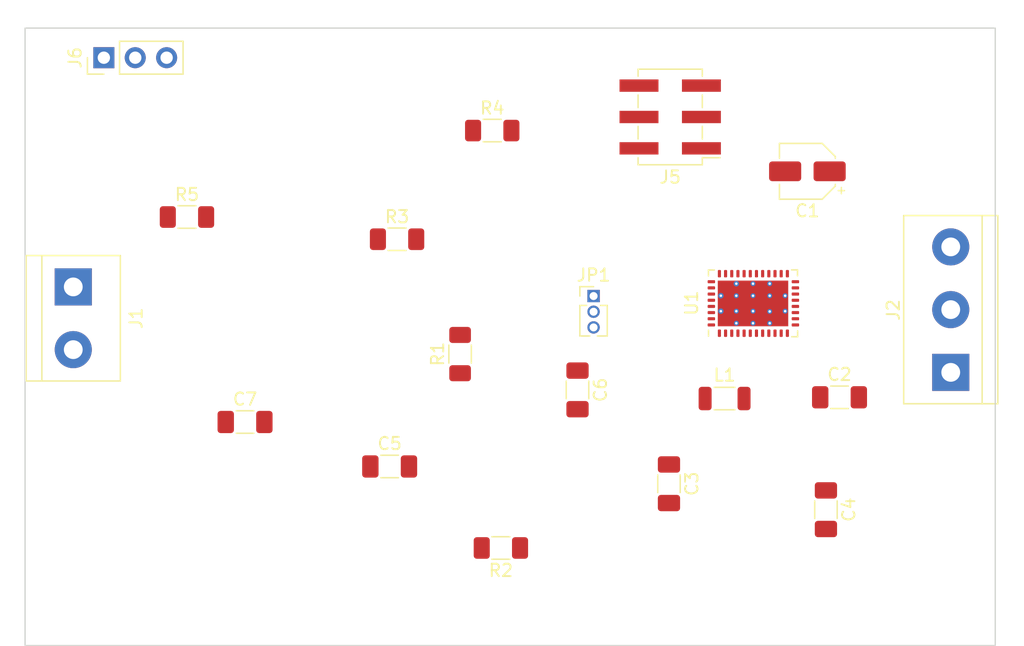
<source format=kicad_pcb>
(kicad_pcb (version 20211014) (generator pcbnew)
  (layers (0 "F.Cu" signal) (31 "B.Cu" signal) (34 "B.Paste" user) (35 "F.Paste" user) (36 "B.SilkS" user "B.Silkscreen") (37 "F.SilkS" user "F.Silkscreen") (38 "B.Mask" user) (39 "F.Mask" user) (44 "Edge.Cuts" user))
  (net 0 "")
  (net 1 "VDD")
  (net 2 "GND")
  (net 3 "Net-(C3-Pad1)")
  (net 4 "Net-(C4-Pad1)")
  (net 5 "Net-(C4-Pad2)")
  (net 6 "BUCK")
  (net 7 "DVDD")
  (net 8 "Net-(R1-Pad2)")
  (net 9 "Net-(U1-Pad5)")
  (net 10 "Net-(J2-Pad1)")
  (net 11 "Net-(J2-Pad2)")
  (net 12 "Net-(J2-Pad3)")
  (net 13 "SOX")
  (net 14 "DIR")
  (net 15 "DRVOFF")
  (net 16 "EXT_CLK")
  (net 17 "EXT_WD")
  (net 18 "BRAKE")
  (net 19 "nFAULT")
  (net 20 "FG")
  (net 21 "Net-(L1-Pad2)")
  (net 22 "AVDD")
  (net 23 "SCL")
  (net 24 "SDA")
  (net 25 "SPEED")
  (footprint "Capacitor_SMD:C_1206_3216Metric_Pad1.33x1.80mm_HandSolder" (layer "F.Cu") (at 181.9 116.3)
    (fp_text reference "C2" (at 0 -1.85) (layer "F.SilkS"))
    (fp_text value "100n")
    (fp_line (start -0.711252 0.91) (end 0.711252 0.91) (layer "F.SilkS") (width 0.12))
    (fp_line (start -0.711252 -0.91) (end 0.711252 -0.91) (layer "F.SilkS") (width 0.12))
    (pad "1" smd roundrect (at -1.5625 0) (size 1.325 1.8) (layers "F.Cu" "F.Paste" "F.Mask") (roundrect_rratio 0.188679) (net 1 "VDD"))
    (pad "2" smd roundrect (at 1.5625 0) (size 1.325 1.8) (layers "F.Cu" "F.Paste" "F.Mask") (roundrect_rratio 0.188679) (net 2 "GND"))
  )
  (footprint "Resistor_SMD:R_1206_3216Metric_Pad1.30x1.75mm_HandSolder" (layer "F.Cu") (at 153.8 94.7)
    (fp_text reference "R4" (at 0 -1.82) (layer "F.SilkS"))
    (fp_text value "5.1k")
    (fp_line (start -0.727064 0.91) (end 0.727064 0.91) (layer "F.SilkS") (width 0.12))
    (fp_line (start -0.727064 -0.91) (end 0.727064 -0.91) (layer "F.SilkS") (width 0.12))
    (pad "1" smd roundrect (at -1.55 0) (size 1.3 1.75) (layers "F.Cu" "F.Paste" "F.Mask") (roundrect_rratio 0.192308) (net 2 "GND"))
    (pad "2" smd roundrect (at 1.55 0) (size 1.3 1.75) (layers "F.Cu" "F.Paste" "F.Mask") (roundrect_rratio 0.192308) (net 23 "SCL"))
  )
  (footprint "Resistor_SMD:R_1206_3216Metric_Pad1.30x1.75mm_HandSolder" (layer "F.Cu") (at 154.5 128.5 180)
    (fp_text reference "R2" (at 0 -1.82) (layer "F.SilkS"))
    (fp_text value "5.1k")
    (fp_line (start -0.727064 -0.91) (end 0.727064 -0.91) (layer "F.SilkS") (width 0.12))
    (fp_line (start -0.727064 0.91) (end 0.727064 0.91) (layer "F.SilkS") (width 0.12))
    (pad "1" smd roundrect (at -1.55 0 180) (size 1.3 1.75) (layers "F.Cu" "F.Paste" "F.Mask") (roundrect_rratio 0.192308) (net 19 "nFAULT"))
    (pad "2" smd roundrect (at 1.55 0 180) (size 1.3 1.75) (layers "F.Cu" "F.Paste" "F.Mask") (roundrect_rratio 0.192308) (net 2 "GND"))
  )
  (footprint "TerminalBlock:TerminalBlock_bornier-3_P5.08mm" (layer "F.Cu") (at 190.9 114.28 90)
    (fp_text reference "J2" (at 5.05 -4.65 90) (layer "F.SilkS"))
    (fp_text value "Screw_Terminal_01x03")
    (fp_line (start 12.7 3.81) (end 12.7 -3.81) (layer "F.SilkS") (width 0.12))
    (fp_line (start -2.54 3.81) (end 12.7 3.81) (layer "F.SilkS") (width 0.12))
    (fp_line (start -2.54 3.81) (end -2.54 -3.81) (layer "F.SilkS") (width 0.12))
    (fp_line (start -2.54 -3.81) (end 12.7 -3.81) (layer "F.SilkS") (width 0.12))
    (fp_line (start -2.54 2.54) (end 12.7 2.54) (layer "F.SilkS") (width 0.12))
    (pad "1" thru_hole rect (at 0 0 90) (size 3 3) (drill 1.52) (layers *.Cu *.Mask) (net 10 "Net-(J2-Pad1)"))
    (pad "2" thru_hole circle (at 5.08 0 90) (size 3 3) (drill 1.52) (layers *.Cu *.Mask) (net 11 "Net-(J2-Pad2)"))
    (pad "3" thru_hole circle (at 10.16 0 90) (size 3 3) (drill 1.52) (layers *.Cu *.Mask) (net 12 "Net-(J2-Pad3)"))
  )
  (footprint "TerminalBlock:TerminalBlock_bornier-2_P5.08mm" (layer "F.Cu") (at 119.9 107.36 -90)
    (fp_text reference "J1" (at 2.54 -5.08 90) (layer "F.SilkS"))
    (fp_text value "Screw_Terminal_01x02")
    (fp_line (start -2.54 3.81) (end 7.62 3.81) (layer "F.SilkS") (width 0.12))
    (fp_line (start 7.62 2.54) (end -2.54 2.54) (layer "F.SilkS") (width 0.12))
    (fp_line (start 7.62 -3.81) (end -2.54 -3.81) (layer "F.SilkS") (width 0.12))
    (fp_line (start 7.62 3.81) (end 7.62 -3.81) (layer "F.SilkS") (width 0.12))
    (fp_line (start -2.54 -3.81) (end -2.54 3.81) (layer "F.SilkS") (width 0.12))
    (pad "1" thru_hole rect (at 0 0 270) (size 3 3) (drill 1.52) (layers *.Cu *.Mask) (net 1 "VDD"))
    (pad "2" thru_hole circle (at 5.08 0 270) (size 3 3) (drill 1.52) (layers *.Cu *.Mask) (net 2 "GND"))
  )
  (footprint "Capacitor_SMD:C_1206_3216Metric_Pad1.33x1.80mm_HandSolder" (layer "F.Cu") (at 133.8 118.3)
    (fp_text reference "C7" (at 0 -1.85) (layer "F.SilkS"))
    (fp_text value "1µ")
    (fp_line (start -0.711252 -0.91) (end 0.711252 -0.91) (layer "F.SilkS") (width 0.12))
    (fp_line (start -0.711252 0.91) (end 0.711252 0.91) (layer "F.SilkS") (width 0.12))
    (pad "1" smd roundrect (at -1.5625 0) (size 1.325 1.8) (layers "F.Cu" "F.Paste" "F.Mask") (roundrect_rratio 0.188679) (net 2 "GND"))
    (pad "2" smd roundrect (at 1.5625 0) (size 1.325 1.8) (layers "F.Cu" "F.Paste" "F.Mask") (roundrect_rratio 0.188679) (net 2 "GND"))
  )
  (footprint "Connector_PinHeader_2.54mm:PinHeader_1x03_P2.54mm_Vertical" (layer "F.Cu") (at 122.375 88.8 90)
    (fp_text reference "J6" (at 0 -2.33 90) (layer "F.SilkS"))
    (fp_text value "Conn_01x03")
    (fp_line (start -1.33 1.27) (end -1.33 6.41) (layer "F.SilkS") (width 0.12))
    (fp_line (start 1.33 1.27) (end 1.33 6.41) (layer "F.SilkS") (width 0.12))
    (fp_line (start -1.33 0) (end -1.33 -1.33) (layer "F.SilkS") (width 0.12))
    (fp_line (start -1.33 -1.33) (end 0 -1.33) (layer "F.SilkS") (width 0.12))
    (fp_line (start -1.33 1.27) (end 1.33 1.27) (layer "F.SilkS") (width 0.12))
    (fp_line (start -1.33 6.41) (end 1.33 6.41) (layer "F.SilkS") (width 0.12))
    (pad "1" thru_hole rect (at 0 0 90) (size 1.7 1.7) (drill 1) (layers *.Cu *.Mask) (net 19 "nFAULT"))
    (pad "2" thru_hole oval (at 0 2.54 90) (size 1.7 1.7) (drill 1) (layers *.Cu *.Mask) (net 20 "FG"))
    (pad "3" thru_hole oval (at 0 5.08 90) (size 1.7 1.7) (drill 1) (layers *.Cu *.Mask) (net 2 "GND"))
  )
  (footprint "Capacitor_SMD:C_1206_3216Metric_Pad1.33x1.80mm_HandSolder" (layer "F.Cu") (at 160.7 115.7 -90)
    (fp_text reference "C6" (at 0 -1.85 -270) (layer "F.SilkS"))
    (fp_text value "1µ")
    (fp_line (start -0.711252 0.91) (end 0.711252 0.91) (layer "F.SilkS") (width 0.12))
    (fp_line (start -0.711252 -0.91) (end 0.711252 -0.91) (layer "F.SilkS") (width 0.12))
    (pad "1" smd roundrect (at -1.5625 0 270) (size 1.325 1.8) (layers "F.Cu" "F.Paste" "F.Mask") (roundrect_rratio 0.188679) (net 7 "DVDD"))
    (pad "2" smd roundrect (at 1.5625 0 270) (size 1.325 1.8) (layers "F.Cu" "F.Paste" "F.Mask") (roundrect_rratio 0.188679) (net 2 "GND"))
  )
  (footprint "Resistor_SMD:R_1206_3216Metric_Pad1.30x1.75mm_HandSolder" (layer "F.Cu") (at 151.2 112.8 90)
    (fp_text reference "R1" (at 0 -1.82 90) (layer "F.SilkS"))
    (fp_text value "22")
    (fp_line (start -0.727064 0.91) (end 0.727064 0.91) (layer "F.SilkS") (width 0.12))
    (fp_line (start -0.727064 -0.91) (end 0.727064 -0.91) (layer "F.SilkS") (width 0.12))
    (pad "1" smd roundrect (at -1.55 0 90) (size 1.3 1.75) (layers "F.Cu" "F.Paste" "F.Mask") (roundrect_rratio 0.192308) (net 6 "BUCK"))
    (pad "2" smd roundrect (at 1.55 0 90) (size 1.3 1.75) (layers "F.Cu" "F.Paste" "F.Mask") (roundrect_rratio 0.192308) (net 8 "Net-(R1-Pad2)"))
  )
  (footprint "Capacitor_SMD:C_1206_3216Metric_Pad1.33x1.80mm_HandSolder" (layer "F.Cu") (at 145.5 121.9)
    (fp_text reference "C5" (at 0 -1.85) (layer "F.SilkS"))
    (fp_text value "22µF")
    (fp_line (start -0.711252 0.91) (end 0.711252 0.91) (layer "F.SilkS") (width 0.12))
    (fp_line (start -0.711252 -0.91) (end 0.711252 -0.91) (layer "F.SilkS") (width 0.12))
    (pad "1" smd roundrect (at -1.5625 0) (size 1.325 1.8) (layers "F.Cu" "F.Paste" "F.Mask") (roundrect_rratio 0.188679) (net 2 "GND"))
    (pad "2" smd roundrect (at 1.5625 0) (size 1.325 1.8) (layers "F.Cu" "F.Paste" "F.Mask") (roundrect_rratio 0.188679) (net 6 "BUCK"))
  )
  (footprint "Connector_PinHeader_1.27mm:PinHeader_1x03_P1.27mm_Vertical" (layer "F.Cu") (at 162 108.1)
    (fp_text reference "JP1" (at 0 -1.695) (layer "F.SilkS"))
    (fp_text value "Jumper_3_Open")
    (fp_line (start -1.11 0.76) (end -0.563471 0.76) (layer "F.SilkS") (width 0.12))
    (fp_line (start -1.11 -0.76) (end 0 -0.76) (layer "F.SilkS") (width 0.12))
    (fp_line (start 0.563471 0.76) (end 1.11 0.76) (layer "F.SilkS") (width 0.12))
    (fp_line (start -1.11 3.235) (end -0.30753 3.235) (layer "F.SilkS") (width 0.12))
    (fp_line (start 0.30753 3.235) (end 1.11 3.235) (layer "F.SilkS") (width 0.12))
    (fp_line (start 1.11 0.76) (end 1.11 3.235) (layer "F.SilkS") (width 0.12))
    (fp_line (start -1.11 0) (end -1.11 -0.76) (layer "F.SilkS") (width 0.12))
    (fp_line (start -1.11 0.76) (end -1.11 3.235) (layer "F.SilkS") (width 0.12))
    (pad "1" thru_hole rect (at 0 0) (size 1 1) (drill 0.65) (layers *.Cu *.Mask) (net 21 "Net-(L1-Pad2)"))
    (pad "2" thru_hole oval (at 0 1.27) (size 1 1) (drill 0.65) (layers *.Cu *.Mask) (net 9 "Net-(U1-Pad5)"))
    (pad "3" thru_hole oval (at 0 2.54) (size 1 1) (drill 0.65) (layers *.Cu *.Mask) (net 8 "Net-(R1-Pad2)"))
  )
  (footprint "Connector_PinHeader_2.54mm:PinHeader_2x03_P2.54mm_Vertical_SMD" (layer "F.Cu") (at 168.2 93.6 180)
    (fp_text reference "J5" (at 0 -4.87) (layer "F.SilkS"))
    (fp_text value "Conn_02x03_Counter_Clockwise")
    (fp_line (start -2.6 0.76) (end -2.6 1.78) (layer "F.SilkS") (width 0.12))
    (fp_line (start -2.6 3.87) (end 2.6 3.87) (layer "F.SilkS") (width 0.12))
    (fp_line (start 2.6 -1.78) (end 2.6 -0.76) (layer "F.SilkS") (width 0.12))
    (fp_line (start 2.6 3.3) (end 2.6 3.87) (layer "F.SilkS") (width 0.12))
    (fp_line (start 2.6 -3.87) (end 2.6 -3.3) (layer "F.SilkS") (width 0.12))
    (fp_line (start -2.6 -1.78) (end -2.6 -0.76) (layer "F.SilkS") (width 0.12))
    (fp_line (start -2.6 3.3) (end -2.6 3.87) (layer "F.SilkS") (width 0.12))
    (fp_line (start -4.04 -3.3) (end -2.6 -3.3) (layer "F.SilkS") (width 0.12))
    (fp_line (start -2.6 -3.87) (end -2.6 -3.3) (layer "F.SilkS") (width 0.12))
    (fp_line (start -2.6 -3.87) (end 2.6 -3.87) (layer "F.SilkS") (width 0.12))
    (fp_line (start 2.6 0.76) (end 2.6 1.78) (layer "F.SilkS") (width 0.12))
    (pad "1" smd rect (at -2.525 -2.54 180) (size 3.15 1) (layers "F.Cu" "F.Paste" "F.Mask") (net 13 "SOX"))
    (pad "2" smd rect (at 2.525 -2.54 180) (size 3.15 1) (layers "F.Cu" "F.Paste" "F.Mask") (net 14 "DIR"))
    (pad "3" smd rect (at -2.525 0 180) (size 3.15 1) (layers "F.Cu" "F.Paste" "F.Mask") (net 15 "DRVOFF"))
    (pad "4" smd rect (at 2.525 0 180) (size 3.15 1) (layers "F.Cu" "F.Paste" "F.Mask") (net 16 "EXT_CLK"))
    (pad "5" smd rect (at -2.525 2.54 180) (size 3.15 1) (layers "F.Cu" "F.Paste" "F.Mask") (net 17 "EXT_WD"))
    (pad "6" smd rect (at 2.525 2.54 180) (size 3.15 1) (layers "F.Cu" "F.Paste" "F.Mask") (net 18 "BRAKE"))
  )
  (footprint "dkvLib:Texas_VQFN-N40_EP7.00x5.00mm_ThermalVias" (layer "F.Cu") (at 174.9 108.7 90)
    (fp_text reference "U1" (at 0.03 -4.97 90 unlocked) (layer "F.SilkS"))
    (fp_text value "MFC8316A")
    (fp_line (start 2.72 3.6) (end 2.72 3.125) (layer "F.SilkS") (width 0.12))
    (fp_line (start 2.245 3.6) (end 2.72 3.6) (layer "F.SilkS") (width 0.12))
    (fp_line (start 2.235 -3.605) (end 2.71 -3.605) (layer "F.SilkS") (width 0.12))
    (fp_line (start -2.22 3.61) (end -2.695 3.61) (layer "F.SilkS") (width 0.12))
    (fp_line (start -2.695 3.61) (end -2.695 3.135) (layer "F.SilkS") (width 0.12))
    (fp_line (start 2.71 -3.605) (end 2.71 -3.13) (layer "F.SilkS") (width 0.12))
    (fp_line (start -2.17 -3.6) (end -2.645 -3.6) (layer "F.SilkS") (width 0.12))
    (pad "1" smd roundrect (at -2.41 -2.72 90) (size 0.6 0.25) (layers "F.Cu" "F.Paste" "F.Mask") (net 7 "DVDD"))
    (pad "2" smd roundrect (at -2.41 -2.22 90) (size 0.6 0.25) (layers "F.Cu" "F.Paste" "F.Mask") (net 2 "GND"))
    (pad "3" smd roundrect (at -2.41 -1.72 90) (size 0.6 0.25) (layers "F.Cu" "F.Paste" "F.Mask") (net 6 "BUCK"))
    (pad "4" smd roundrect (at -2.41 -1.22 90) (size 0.6 0.25) (layers "F.Cu" "F.Paste" "F.Mask") (net 2 "GND"))
    (pad "5" smd roundrect (at -2.41 -0.72 90) (size 0.6 0.25) (layers "F.Cu" "F.Paste" "F.Mask") (net 9 "Net-(U1-Pad5)"))
    (pad "6" smd roundrect (at -2.41 -0.22 90) (size 0.6 0.25) (layers "F.Cu" "F.Paste" "F.Mask") (net 5 "Net-(C4-Pad2)"))
    (pad "7" smd roundrect (at -2.41 0.28 90) (size 0.6 0.25) (layers "F.Cu" "F.Paste" "F.Mask") (net 4 "Net-(C4-Pad1)"))
    (pad "8" smd roundrect (at -2.41 0.78 90) (size 0.6 0.25) (layers "F.Cu" "F.Paste" "F.Mask") (net 3 "Net-(C3-Pad1)"))
    (pad "9" smd roundrect (at -2.41 1.28 90) (size 0.6 0.25) (layers "F.Cu" "F.Paste" "F.Mask") (net 1 "VDD"))
    (pad "10" smd roundrect (at -2.41 1.78 90) (size 0.6 0.25) (layers "F.Cu" "F.Paste" "F.Mask") (net 1 "VDD"))
    (pad "11" smd roundrect (at -2.41 2.28 90) (size 0.6 0.25) (layers "F.Cu" "F.Paste" "F.Mask") (net 1 "VDD"))
    (pad "12" smd roundrect (at -2.41 2.78 90) (size 0.6 0.25) (layers "F.Cu" "F.Paste" "F.Mask") (net 2 "GND"))
    (pad "13" smd roundrect (at -1.74 3.43 180) (size 0.6 0.25) (layers "F.Cu" "F.Paste" "F.Mask") (net 10 "Net-(J2-Pad1)"))
    (pad "14" smd roundrect (at -1.24 3.43 180) (size 0.6 0.25) (layers "F.Cu" "F.Paste" "F.Mask") (net 10 "Net-(J2-Pad1)"))
    (pad "15" smd roundrect (at -0.74 3.43 180) (size 0.6 0.25) (layers "F.Cu" "F.Paste" "F.Mask") (net 2 "GND"))
    (pad "16" smd roundrect (at -0.24 3.43 180) (size 0.6 0.25) (layers "F.Cu" "F.Paste" "F.Mask") (net 11 "Net-(J2-Pad2)"))
    (pad "17" smd roundrect (at 0.26 3.43 180) (size 0.6 0.25) (layers "F.Cu" "F.Paste" "F.Mask") (net 11 "Net-(J2-Pad2)"))
    (pad "18" smd roundrect (at 0.76 3.43 180) (size 0.6 0.25) (layers "F.Cu" "F.Paste" "F.Mask") (net 2 "GND"))
    (pad "19" smd roundrect (at 1.26 3.43 180) (size 0.6 0.25) (layers "F.Cu" "F.Paste" "F.Mask") (net 12 "Net-(J2-Pad3)"))
    (pad "20" smd roundrect (at 1.76 3.43 180) (size 0.6 0.25) (layers "F.Cu" "F.Paste" "F.Mask") (net 12 "Net-(J2-Pad3)"))
    (pad "21" smd roundrect (at 2.41 2.78 270) (size 0.6 0.25) (layers "F.Cu" "F.Paste" "F.Mask") (net 15 "DRVOFF"))
    (pad "22" smd roundrect (at 2.41 2.28 270) (size 0.6 0.25) (layers "F.Cu" "F.Paste" "F.Mask"))
    (pad "23" smd roundrect (at 2.41 1.78 270) (size 0.6 0.25) (layers "F.Cu" "F.Paste" "F.Mask"))
    (pad "24" smd roundrect (at 2.41 1.28 270) (size 0.6 0.25) (layers "F.Cu" "F.Paste" "F.Mask"))
    (pad "25" smd roundrect (at 2.41 0.78 270) (size 0.6 0.25) (layers "F.Cu" "F.Paste" "F.Mask"))
    (pad "26" smd roundrect (at 2.41 0.28 270) (size 0.6 0.25) (layers "F.Cu" "F.Paste" "F.Mask") (net 2 "GND"))
    (pad "27" smd roundrect (at 2.41 -0.22 270) (size 0.6 0.25) (layers "F.Cu" "F.Paste" "F.Mask") (net 22 "AVDD"))
    (pad "28" smd roundrect (at 2.41 -0.72 270) (size 0.6 0.25) (layers "F.Cu" "F.Paste" "F.Mask") (net 25 "SPEED"))
    (pad "29" smd roundrect (at 2.41 -1.22 270) (size 0.6 0.25) (layers "F.Cu" "F.Paste" "F.Mask") (net 20 "FG"))
    (pad "30" smd roundrect (at 2.41 -1.72 270) (size 0.6 0.25) (layers "F.Cu" "F.Paste" "F.Mask") (net 24 "SDA"))
    (pad "31" smd roundrect (at 2.41 -2.22 270) (size 0.6 0.25) (layers "F.Cu" "F.Paste" "F.Mask") (net 23 "SCL"))
    (pad "32" smd roundrect (at 2.41 -2.72 270) (size 0.6 0.25) (layers "F.Cu" "F.Paste" "F.Mask") (net 17 "EXT_WD"))
    (pad "33" smd roundrect (at 1.76 -3.37) (size 0.6 0.25) (layers "F.Cu" "F.Paste" "F.Mask") (net 16 "EXT_CLK"))
    (pad "34" smd roundrect (at 1.26 -3.37) (size 0.6 0.25) (layers "F.Cu" "F.Paste" "F.Mask") (net 14 "DIR"))
    (pad "35" smd roundrect (at 0.76 -3.37) (size 0.6 0.25) (layers "F.Cu" "F.Paste" "F.Mask") (net 18 "BRAKE"))
    (pad "36" smd roundrect (at 0.26 -3.37) (size 0.6 0.25) (layers "F.Cu" "F.Paste" "F.Mask"))
    (pad "37" smd roundrect (at -0.24 -3.37) (size 0.6 0.25) (layers "F.Cu" "F.Paste" "F.Mask"))
    (pad "38" smd roundrect (at -0.74 -3.37) (size 0.6 0.25) (layers "F.Cu" "F.Paste" "F.Mask") (net 13 "SOX"))
    (pad "39" smd roundrect (at -1.24 -3.37) (size 0.6 0.25) (layers "F.Cu" "F.Paste" "F.Mask"))
    (pad "40" smd roundrect (at -1.74 -3.37) (size 0.6 0.25) (layers "F.Cu" "F.Paste" "F.Mask") (net 19 "nFAULT"))
    (pad "41" thru_hole circle (at 0.625 2.6 90) (size 0.4 0.4) (drill 0.2) (layers *.Cu))
    (pad "41" thru_hole circle (at -1.6 -1.35 90) (size 0.4 0.4) (drill 0.2) (layers *.Cu))
    (pad "41" thru_hole circle (at 0.625 0 90) (size 0.4 0.4) (drill 0.2) (layers *.Cu))
    (pad "41" thru_hole circle (at 1.6 -1.35 90) (size 0.45 0.45) (drill 0.2) (layers *.Cu))
    (pad "41" thru_hole circle (at 0.625 1.35 90) (size 0.4 0.4) (drill 0.2) (layers *.Cu))
    (pad "41" thru_hole circle (at -0.625 -2.6 90) (size 0.45 0.45) (drill 0.2) (layers *.Cu))
    (pad "41" thru_hole circle (at -0.65 1.35 90) (size 0.4 0.4) (drill 0.2) (layers *.Cu))
    (pad "41" thru_hole circle (at -0.625 -1.35 90) (size 0.4 0.4) (drill 0.2) (layers *.Cu))
    (pad "41" thru_hole circle (at -1.6 0 90) (size 0.4 0.4) (drill 0.2) (layers *.Cu))
    (pad "41" smd rect (at 0 0 90) (size 3.7 5.7) (layers "F.Cu" "F.Mask"))
    (pad "41" thru_hole circle (at -0.625 2.6 90) (size 0.4 0.4) (drill 0.2) (layers *.Cu))
    (pad "41" thru_hole circle (at 0.625 -1.35 90) (size 0.4 0.4) (drill 0.2) (layers *.Cu))
    (pad "41" thru_hole circle (at -0.625 0 90) (size 0.4 0.4) (drill 0.2) (layers *.Cu))
    (pad "41" thru_hole circle (at 1.6 0 90) (size 0.4 0.4) (drill 0.2) (layers *.Cu))
    (pad "41" thru_hole circle (at -1.6 1.35 90) (size 0.4 0.4) (drill 0.2) (layers *.Cu))
    (pad "41" thru_hole circle (at 0.625 -2.6 90) (size 0.45 0.45) (drill 0.2) (layers *.Cu))
    (pad "41" thru_hole circle (at 1.6 1.35 90) (size 0.4 0.4) (drill 0.2) (layers *.Cu))
  )
  (footprint "Resistor_SMD:R_1206_3216Metric_Pad1.30x1.75mm_HandSolder" (layer "F.Cu") (at 146.1 103.5)
    (fp_text reference "R3" (at 0 -1.82) (layer "F.SilkS"))
    (fp_text value "5.1k")
    (fp_line (start -0.727064 0.91) (end 0.727064 0.91) (layer "F.SilkS") (width 0.12))
    (fp_line (start -0.727064 -0.91) (end 0.727064 -0.91) (layer "F.SilkS") (width 0.12))
    (pad "1" smd roundrect (at -1.55 0) (size 1.3 1.75) (layers "F.Cu" "F.Paste" "F.Mask") (roundrect_rratio 0.192308) (net 20 "FG"))
    (pad "2" smd roundrect (at 1.55 0) (size 1.3 1.75) (layers "F.Cu" "F.Paste" "F.Mask") (roundrect_rratio 0.192308) (net 22 "AVDD"))
  )
  (footprint "Capacitor_SMD:C_1206_3216Metric_Pad1.33x1.80mm_HandSolder" (layer "F.Cu") (at 180.8 125.4 -90)
    (fp_text reference "C4" (at 0 -1.85 90) (layer "F.SilkS"))
    (fp_text value "47n")
    (fp_line (start -0.711252 -0.91) (end 0.711252 -0.91) (layer "F.SilkS") (width 0.12))
    (fp_line (start -0.711252 0.91) (end 0.711252 0.91) (layer "F.SilkS") (width 0.12))
    (pad "1" smd roundrect (at -1.5625 0 270) (size 1.325 1.8) (layers "F.Cu" "F.Paste" "F.Mask") (roundrect_rratio 0.188679) (net 4 "Net-(C4-Pad1)"))
    (pad "2" smd roundrect (at 1.5625 0 270) (size 1.325 1.8) (layers "F.Cu" "F.Paste" "F.Mask") (roundrect_rratio 0.188679) (net 5 "Net-(C4-Pad2)"))
  )
  (footprint "Resistor_SMD:R_1206_3216Metric_Pad1.30x1.75mm_HandSolder" (layer "F.Cu") (at 129.1 101.7)
    (fp_text reference "R5" (at 0 -1.82) (layer "F.SilkS"))
    (fp_text value "5.1k")
    (fp_line (start -0.727064 -0.91) (end 0.727064 -0.91) (layer "F.SilkS") (width 0.12))
    (fp_line (start -0.727064 0.91) (end 0.727064 0.91) (layer "F.SilkS") (width 0.12))
    (pad "1" smd roundrect (at -1.55 0) (size 1.3 1.75) (layers "F.Cu" "F.Paste" "F.Mask") (roundrect_rratio 0.192308) (net 2 "GND"))
    (pad "2" smd roundrect (at 1.55 0) (size 1.3 1.75) (layers "F.Cu" "F.Paste" "F.Mask") (roundrect_rratio 0.192308) (net 24 "SDA"))
  )
  (footprint "Inductor_SMD:L_1206_3216Metric" (layer "F.Cu") (at 172.6 116.4)
    (fp_text reference "L1" (at 0 -1.9) (layer "F.SilkS"))
    (fp_text value "47µ")
    (fp_line (start -0.835242 0.91) (end 0.835242 0.91) (layer "F.SilkS") (width 0.12))
    (fp_line (start -0.835242 -0.91) (end 0.835242 -0.91) (layer "F.SilkS") (width 0.12))
    (pad "1" smd roundrect (at -1.575 0) (size 1.05 1.9) (layers "F.Cu" "F.Paste" "F.Mask") (roundrect_rratio 0.238095) (net 6 "BUCK"))
    (pad "2" smd roundrect (at 1.575 0) (size 1.05 1.9) (layers "F.Cu" "F.Paste" "F.Mask") (roundrect_rratio 0.238095) (net 21 "Net-(L1-Pad2)"))
  )
  (footprint "Capacitor_SMD:C_1206_3216Metric_Pad1.33x1.80mm_HandSolder" (layer "F.Cu") (at 168.1 123.3 -90)
    (fp_text reference "C3" (at 0 -1.85 90) (layer "F.SilkS"))
    (fp_text value "1µ")
    (fp_line (start -0.711252 0.91) (end 0.711252 0.91) (layer "F.SilkS") (width 0.12))
    (fp_line (start -0.711252 -0.91) (end 0.711252 -0.91) (layer "F.SilkS") (width 0.12))
    (pad "1" smd roundrect (at -1.5625 0 270) (size 1.325 1.8) (layers "F.Cu" "F.Paste" "F.Mask") (roundrect_rratio 0.188679) (net 3 "Net-(C3-Pad1)"))
    (pad "2" smd roundrect (at 1.5625 0 270) (size 1.325 1.8) (layers "F.Cu" "F.Paste" "F.Mask") (roundrect_rratio 0.188679) (net 1 "VDD"))
  )
  (footprint "Capacitor_SMD:CP_Elec_4x3" (layer "F.Cu") (at 179.3 98 180)
    (fp_text reference "C1" (at 0 -3.2) (layer "F.SilkS"))
    (fp_text value "20µ")
    (fp_line (start -1.195563 -2.26) (end 2.26 -2.26) (layer "F.SilkS") (width 0.12))
    (fp_line (start -2.75 -1.81) (end -2.75 -1.31) (layer "F.SilkS") (width 0.12))
    (fp_line (start -1.195563 2.26) (end 2.26 2.26) (layer "F.SilkS") (width 0.12))
    (fp_line (start -3 -1.56) (end -2.5 -1.56) (layer "F.SilkS") (width 0.12))
    (fp_line (start -2.26 1.195563) (end -2.26 1.06) (layer "F.SilkS") (width 0.12))
    (fp_line (start -2.26 1.195563) (end -1.195563 2.26) (layer "F.SilkS") (width 0.12))
    (fp_line (start -2.26 -1.195563) (end -2.26 -1.06) (layer "F.SilkS") (width 0.12))
    (fp_line (start 2.26 -2.26) (end 2.26 -1.06) (layer "F.SilkS") (width 0.12))
    (fp_line (start 2.26 2.26) (end 2.26 1.06) (layer "F.SilkS") (width 0.12))
    (fp_line (start -2.26 -1.195563) (end -1.195563 -2.26) (layer "F.SilkS") (width 0.12))
    (pad "1" smd roundrect (at -1.8 0 180) (size 2.6 1.6) (layers "F.Cu" "F.Paste" "F.Mask") (roundrect_rratio 0.15625) (net 1 "VDD"))
    (pad "2" smd roundrect (at 1.8 0 180) (size 2.6 1.6) (layers "F.Cu" "F.Paste" "F.Mask") (roundrect_rratio 0.15625) (net 2 "GND"))
  )
  (gr_rect (start 116 86.4) (end 194.5 136.4) (layer "Edge.Cuts") (width 0.1) (fill none))
)
</source>
